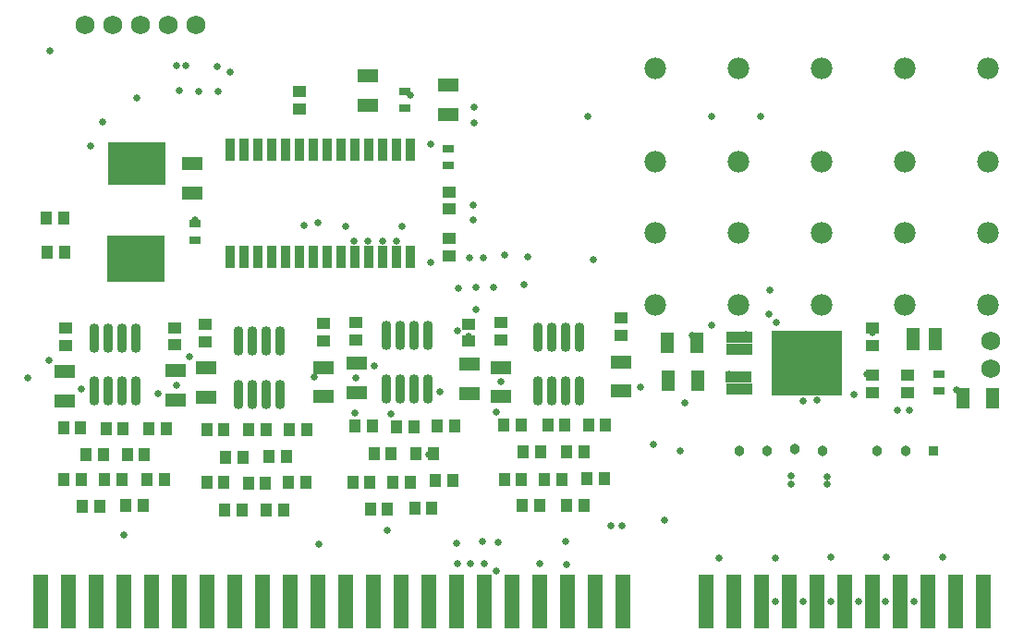
<source format=gbs>
%FSTAX23Y23*%
%MOIN*%
%SFA1B1*%

%IPPOS*%
%ADD39R,0.058000X0.193000*%
%ADD40R,0.039000X0.045000*%
%ADD41R,0.051000X0.075000*%
%ADD44R,0.045000X0.039000*%
%ADD46R,0.043000X0.028000*%
%ADD47R,0.075000X0.051000*%
%ADD50O,0.036000X0.106000*%
%ADD51R,0.208000X0.168000*%
%ADD52R,0.208000X0.158000*%
%ADD53C,0.038000*%
%ADD54R,0.038000X0.038000*%
%ADD55C,0.068000*%
%ADD56C,0.026000*%
%ADD57C,0.078000*%
%ADD58R,0.033000X0.080000*%
%ADD59R,0.094000X0.039000*%
%ADD60R,0.258000X0.238000*%
%ADD61R,0.047000X0.020000*%
%LNseniordesign-1*%
%LPD*%
G54D39*
X02093Y02957D03*
X02193D03*
X02293D03*
X02393D03*
X02493D03*
X02593D03*
X02693D03*
X02793D03*
X02893D03*
X02993D03*
X03093D03*
X03193D03*
X03293D03*
X03393D03*
X03493D03*
X03593D03*
X03693D03*
X03793D03*
X03893D03*
X03993D03*
X04093D03*
X04193D03*
X04493D03*
X04593D03*
X04693D03*
X04793D03*
X04893D03*
X04993D03*
X05093D03*
X05193D03*
X05293D03*
X05393D03*
X05493D03*
G54D40*
X02906Y03289D03*
X02968D03*
X02752Y03389D03*
X0269D03*
X02115Y04218D03*
X02177D03*
X02113Y04341D03*
X02175D03*
X04129Y03594D03*
X04067D03*
X03832Y03498D03*
X03894D03*
X03908Y03397D03*
X0397D03*
X03763Y03595D03*
X03825D03*
X02817Y03287D03*
X02755D03*
X0305Y03579D03*
X02988D03*
X02759Y03478D03*
X02821D03*
X0284Y03386D03*
X02902D03*
X0269Y03579D03*
X02752D03*
X03342Y03293D03*
X0328D03*
X03584Y03591D03*
X03522D03*
X03294Y03491D03*
X03356D03*
X03363Y0339D03*
X03425D03*
X03226Y03591D03*
X03288D03*
X02304Y03303D03*
X02242D03*
X02544Y03583D03*
X02482D03*
X02255Y0349D03*
X02317D03*
X02323Y03398D03*
X02385D03*
X02174Y03584D03*
X02236D03*
X03764Y03399D03*
X03826D03*
X0405Y03305D03*
X03988D03*
X03983Y03595D03*
X03921D03*
X04062Y03403D03*
X04124D03*
X02978Y03482D03*
X02916D03*
X02905Y03577D03*
X02843D03*
X02986Y03387D03*
X03048D03*
X03507Y03491D03*
X03445D03*
X03217Y0339D03*
X03279D03*
X03502Y03295D03*
X0344D03*
X03438Y0359D03*
X03376D03*
X03516Y03396D03*
X03578D03*
X02466Y0349D03*
X02404D03*
X02175Y03398D03*
X02237D03*
X0246Y03305D03*
X02398D03*
X02389Y03583D03*
X02327D03*
X02476Y03399D03*
X02538D03*
X04051Y03497D03*
X03989D03*
X0389Y03304D03*
X03828D03*
G54D41*
X04462Y03754D03*
X04356D03*
X04352Y03891D03*
X04458D03*
X05418Y03693D03*
X05524D03*
G54D44*
X03565Y04267D03*
Y04205D03*
Y04374D03*
Y04436D03*
X03026Y04735D03*
Y04797D03*
X02685Y03895D03*
Y03957D03*
X03227Y03903D03*
Y03965D03*
X02182Y03882D03*
Y03944D03*
X03751Y03903D03*
Y03965D03*
X02576Y03884D03*
Y03946D03*
X03635Y03898D03*
Y0396D03*
X03112Y03899D03*
Y03961D03*
X04184Y03919D03*
Y03981D03*
X05219Y03713D03*
Y03775D03*
X05092Y03883D03*
Y03945D03*
X05093Y03713D03*
Y03775D03*
G54D46*
X02647Y04261D03*
Y04321D03*
X03406Y04738D03*
Y04798D03*
X03562Y04592D03*
Y04532D03*
X0533Y03777D03*
Y03717D03*
G54D47*
X02639Y04539D03*
Y04433D03*
X03271Y04748D03*
Y04854D03*
X03562Y04821D03*
Y04715D03*
X02687Y03801D03*
Y03695D03*
X03112Y03803D03*
Y03697D03*
X0323Y03817D03*
Y03711D03*
X03637Y03815D03*
Y03709D03*
X02179Y03789D03*
Y03683D03*
X02579Y03791D03*
Y03685D03*
X04186Y03823D03*
Y03717D03*
X03753Y03803D03*
Y03697D03*
G54D50*
X04034Y0372D03*
X03984D03*
X03934D03*
X03884D03*
X04034Y03913D03*
X03984D03*
X03934D03*
X03884D03*
X02956Y03705D03*
X02906D03*
X02856D03*
X02806D03*
X02956Y03898D03*
X02906D03*
X02856D03*
X02806D03*
X03489Y03726D03*
X03439D03*
X03389D03*
X03339D03*
X03489Y03919D03*
X03439D03*
X03389D03*
X03339D03*
X02436Y03717D03*
X02386D03*
X02336D03*
X02286D03*
X02436Y0391D03*
X02386D03*
X02336D03*
X02286D03*
G54D51*
X02436Y04195D03*
G54D52*
X02437Y04537D03*
G54D53*
X0521Y03503D03*
X0481Y03507D03*
X0461Y03503D03*
X0491D03*
X05109D03*
X0471D03*
G54D54*
X0531Y03503D03*
G54D55*
X05518Y03798D03*
Y03898D03*
X0265Y0504D03*
X0235D03*
X0245D03*
X0225D03*
X0255D03*
G54D56*
X03834Y04103D03*
X03764Y04208D03*
X04085Y04192D03*
X03848Y04202D03*
X03223Y04259D03*
X03273D03*
X03325Y0426D03*
X03374Y04259D03*
X04303Y03524D03*
X0334Y03216D03*
X04513Y0471D03*
X04688Y04709D03*
X02316Y04689D03*
X0227Y04602D03*
X03355Y03634D03*
X03226Y03638D03*
X0353Y03716D03*
X02516Y03707D03*
X02046Y03766D03*
X02126Y04945D03*
X05025Y03704D03*
X05091Y03929D03*
X05073Y03777D03*
X05396Y03722D03*
X04441Y03918D03*
X04636Y03921D03*
X04513Y03956D03*
X04575Y03779D03*
X02581Y03738D03*
X03227Y03766D03*
X0375Y03751D03*
X03095Y03164D03*
X02393Y032D03*
X03077Y03767D03*
X04256Y03731D03*
X03296Y03809D03*
X02238Y03725D03*
X02123Y03828D03*
X03636Y03914D03*
X0266Y04798D03*
X02629Y03843D03*
X02437Y04776D03*
X04066Y0471D03*
X03042Y04314D03*
X03395Y04311D03*
X03498Y04607D03*
X0309Y04324D03*
X03426Y04785D03*
X02649Y04335D03*
X03595Y03096D03*
X03593Y03168D03*
X04399Y03502D03*
X03595Y03934D03*
X03599Y0409D03*
X03497Y04181D03*
X03891Y03094D03*
X03989Y03091D03*
X03686Y03174D03*
X03742Y03173D03*
X03736Y03643D03*
X0366Y04011D03*
Y04091D03*
X03724D03*
X03639Y04199D03*
X03688D03*
X04745Y03966D03*
X04718Y03994D03*
X0472Y04082D03*
X03642Y03096D03*
X03691D03*
X04148Y03233D03*
X04188D03*
X04798Y03413D03*
X04799Y03383D03*
X04843Y03682D03*
X04892Y03684D03*
X04927Y03409D03*
X04928Y03381D03*
X0518Y0365D03*
X05225D03*
X03655Y04742D03*
X03654Y04685D03*
X03652Y0439D03*
Y04334D03*
X02583Y04891D03*
X02729Y04888D03*
X02591Y04803D03*
X02732Y04797D03*
X04742Y02957D03*
X04842Y02958D03*
X04942D03*
X05042Y02957D03*
X05139D03*
X05242Y02958D03*
X04341Y03251D03*
X03986Y03176D03*
X03736Y03067D03*
X04414Y03674D03*
X04538Y03116D03*
X0474Y03115D03*
X0494Y03118D03*
X05141D03*
X05344Y03117D03*
X02776Y0487D03*
X02615Y04891D03*
X03193Y04312D03*
X03493Y03489D03*
G54D57*
X05507Y04881D03*
X05207D03*
X04907D03*
X04607D03*
X04307D03*
Y04544D03*
X04607D03*
X04907D03*
X05207D03*
X05507D03*
Y04289D03*
X05207D03*
X04907D03*
X04607D03*
X04307D03*
Y04028D03*
X04607D03*
X04907D03*
X05207D03*
X05507D03*
G54D58*
X02774Y04589D03*
X02824D03*
Y04203D03*
X02774D03*
X03424Y04589D03*
X03374D03*
X03324D03*
X03274D03*
X03224D03*
X03174D03*
X03124D03*
X03074D03*
X03024D03*
X02974D03*
X02924D03*
X02874D03*
Y04203D03*
X02924D03*
X02974D03*
X03024D03*
X03074D03*
X03124D03*
X03174D03*
X03224D03*
X03274D03*
X03324D03*
X03374D03*
X03424D03*
G54D59*
X0461Y03911D03*
Y03867D03*
X04609Y0377D03*
X0461Y03726D03*
G54D60*
X04856Y03817D03*
G54D61*
X05237Y03875D03*
Y03895D03*
Y03916D03*
Y03936D03*
X05319D03*
Y03915D03*
Y03895D03*
Y03874D03*
M02*
</source>
